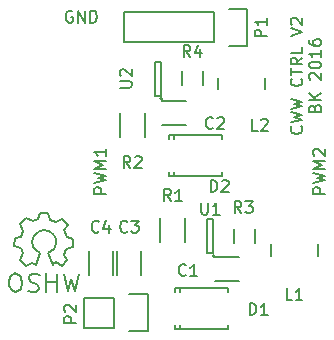
<source format=gbr>
G04 #@! TF.FileFunction,Legend,Top*
%FSLAX46Y46*%
G04 Gerber Fmt 4.6, Leading zero omitted, Abs format (unit mm)*
G04 Created by KiCad (PCBNEW 4.0.2-stable) date 3/13/2016 5:29:00 PM*
%MOMM*%
G01*
G04 APERTURE LIST*
%ADD10C,0.100000*%
%ADD11C,0.150000*%
G04 APERTURE END LIST*
D10*
D11*
X165363143Y-72187714D02*
X165410762Y-72235333D01*
X165458381Y-72378190D01*
X165458381Y-72473428D01*
X165410762Y-72616286D01*
X165315524Y-72711524D01*
X165220286Y-72759143D01*
X165029810Y-72806762D01*
X164886952Y-72806762D01*
X164696476Y-72759143D01*
X164601238Y-72711524D01*
X164506000Y-72616286D01*
X164458381Y-72473428D01*
X164458381Y-72378190D01*
X164506000Y-72235333D01*
X164553619Y-72187714D01*
X164458381Y-71854381D02*
X165458381Y-71616286D01*
X164744095Y-71425809D01*
X165458381Y-71235333D01*
X164458381Y-70997238D01*
X164458381Y-70711524D02*
X165458381Y-70473429D01*
X164744095Y-70282952D01*
X165458381Y-70092476D01*
X164458381Y-69854381D01*
X165363143Y-68140095D02*
X165410762Y-68187714D01*
X165458381Y-68330571D01*
X165458381Y-68425809D01*
X165410762Y-68568667D01*
X165315524Y-68663905D01*
X165220286Y-68711524D01*
X165029810Y-68759143D01*
X164886952Y-68759143D01*
X164696476Y-68711524D01*
X164601238Y-68663905D01*
X164506000Y-68568667D01*
X164458381Y-68425809D01*
X164458381Y-68330571D01*
X164506000Y-68187714D01*
X164553619Y-68140095D01*
X164458381Y-67854381D02*
X164458381Y-67282952D01*
X165458381Y-67568667D02*
X164458381Y-67568667D01*
X165458381Y-66378190D02*
X164982190Y-66711524D01*
X165458381Y-66949619D02*
X164458381Y-66949619D01*
X164458381Y-66568666D01*
X164506000Y-66473428D01*
X164553619Y-66425809D01*
X164648857Y-66378190D01*
X164791714Y-66378190D01*
X164886952Y-66425809D01*
X164934571Y-66473428D01*
X164982190Y-66568666D01*
X164982190Y-66949619D01*
X165458381Y-65473428D02*
X165458381Y-65949619D01*
X164458381Y-65949619D01*
X164458381Y-64521047D02*
X165458381Y-64187714D01*
X164458381Y-63854380D01*
X164553619Y-63568666D02*
X164506000Y-63521047D01*
X164458381Y-63425809D01*
X164458381Y-63187713D01*
X164506000Y-63092475D01*
X164553619Y-63044856D01*
X164648857Y-62997237D01*
X164744095Y-62997237D01*
X164886952Y-63044856D01*
X165458381Y-63616285D01*
X165458381Y-62997237D01*
X166484571Y-70616285D02*
X166532190Y-70473428D01*
X166579810Y-70425809D01*
X166675048Y-70378190D01*
X166817905Y-70378190D01*
X166913143Y-70425809D01*
X166960762Y-70473428D01*
X167008381Y-70568666D01*
X167008381Y-70949619D01*
X166008381Y-70949619D01*
X166008381Y-70616285D01*
X166056000Y-70521047D01*
X166103619Y-70473428D01*
X166198857Y-70425809D01*
X166294095Y-70425809D01*
X166389333Y-70473428D01*
X166436952Y-70521047D01*
X166484571Y-70616285D01*
X166484571Y-70949619D01*
X167008381Y-69949619D02*
X166008381Y-69949619D01*
X167008381Y-69378190D02*
X166436952Y-69806762D01*
X166008381Y-69378190D02*
X166579810Y-69949619D01*
X166103619Y-68235333D02*
X166056000Y-68187714D01*
X166008381Y-68092476D01*
X166008381Y-67854380D01*
X166056000Y-67759142D01*
X166103619Y-67711523D01*
X166198857Y-67663904D01*
X166294095Y-67663904D01*
X166436952Y-67711523D01*
X167008381Y-68282952D01*
X167008381Y-67663904D01*
X166008381Y-67044857D02*
X166008381Y-66949618D01*
X166056000Y-66854380D01*
X166103619Y-66806761D01*
X166198857Y-66759142D01*
X166389333Y-66711523D01*
X166627429Y-66711523D01*
X166817905Y-66759142D01*
X166913143Y-66806761D01*
X166960762Y-66854380D01*
X167008381Y-66949618D01*
X167008381Y-67044857D01*
X166960762Y-67140095D01*
X166913143Y-67187714D01*
X166817905Y-67235333D01*
X166627429Y-67282952D01*
X166389333Y-67282952D01*
X166198857Y-67235333D01*
X166103619Y-67187714D01*
X166056000Y-67140095D01*
X166008381Y-67044857D01*
X167008381Y-65759142D02*
X167008381Y-66330571D01*
X167008381Y-66044857D02*
X166008381Y-66044857D01*
X166151238Y-66140095D01*
X166246476Y-66235333D01*
X166294095Y-66330571D01*
X166008381Y-64901999D02*
X166008381Y-65092476D01*
X166056000Y-65187714D01*
X166103619Y-65235333D01*
X166246476Y-65330571D01*
X166436952Y-65378190D01*
X166817905Y-65378190D01*
X166913143Y-65330571D01*
X166960762Y-65282952D01*
X167008381Y-65187714D01*
X167008381Y-64997237D01*
X166960762Y-64901999D01*
X166913143Y-64854380D01*
X166817905Y-64806761D01*
X166579810Y-64806761D01*
X166484571Y-64854380D01*
X166436952Y-64901999D01*
X166389333Y-64997237D01*
X166389333Y-65187714D01*
X166436952Y-65282952D01*
X166484571Y-65330571D01*
X166579810Y-65378190D01*
X158320000Y-68063000D02*
X158320000Y-69063000D01*
X162320000Y-68063000D02*
X162320000Y-69063000D01*
X162765000Y-82134000D02*
X162765000Y-83134000D01*
X166765000Y-82134000D02*
X166765000Y-83134000D01*
X160050000Y-83260000D02*
X158050000Y-83260000D01*
X158050000Y-85310000D02*
X160050000Y-85310000D01*
X155605000Y-70052000D02*
X153605000Y-70052000D01*
X153605000Y-72102000D02*
X155605000Y-72102000D01*
X151820000Y-84777000D02*
X151820000Y-82777000D01*
X149770000Y-82777000D02*
X149770000Y-84777000D01*
X149407000Y-84777000D02*
X149407000Y-82777000D01*
X147357000Y-82777000D02*
X147357000Y-84777000D01*
X157930000Y-62530000D02*
X150310000Y-62530000D01*
X157930000Y-65070000D02*
X150310000Y-65070000D01*
X160750000Y-65350000D02*
X159200000Y-65350000D01*
X150310000Y-62530000D02*
X150310000Y-65070000D01*
X157930000Y-65070000D02*
X157930000Y-62530000D01*
X159200000Y-62250000D02*
X160750000Y-62250000D01*
X160750000Y-62250000D02*
X160750000Y-65350000D01*
X149525000Y-89238000D02*
X146985000Y-89238000D01*
X152345000Y-89518000D02*
X150795000Y-89518000D01*
X149525000Y-89238000D02*
X149525000Y-86698000D01*
X150795000Y-86418000D02*
X152345000Y-86418000D01*
X152345000Y-86418000D02*
X152345000Y-89518000D01*
X149525000Y-86698000D02*
X146985000Y-86698000D01*
X146985000Y-86698000D02*
X146985000Y-89238000D01*
X153403000Y-81983000D02*
X153403000Y-79983000D01*
X155553000Y-79983000D02*
X155553000Y-81983000D01*
X149974000Y-73093000D02*
X149974000Y-71093000D01*
X152124000Y-71093000D02*
X152124000Y-73093000D01*
X159699000Y-82091000D02*
X159699000Y-80891000D01*
X161449000Y-80891000D02*
X161449000Y-82091000D01*
X155254000Y-68695000D02*
X155254000Y-67495000D01*
X157004000Y-67495000D02*
X157004000Y-68695000D01*
X158053000Y-83191000D02*
G75*
G03X158053000Y-83191000I-100000J0D01*
G01*
X157403000Y-82941000D02*
X157903000Y-82941000D01*
X157403000Y-80041000D02*
X157403000Y-82941000D01*
X157903000Y-80041000D02*
X157403000Y-80041000D01*
X157903000Y-82941000D02*
X157903000Y-80041000D01*
X153608000Y-69856000D02*
G75*
G03X153608000Y-69856000I-100000J0D01*
G01*
X152958000Y-69606000D02*
X153458000Y-69606000D01*
X152958000Y-66706000D02*
X152958000Y-69606000D01*
X153458000Y-66706000D02*
X152958000Y-66706000D01*
X153458000Y-69606000D02*
X153458000Y-66706000D01*
X155091860Y-89337060D02*
X155091860Y-88986540D01*
X155091860Y-85836940D02*
X155091860Y-86187460D01*
X159141440Y-89337060D02*
X159141440Y-88986540D01*
X154640560Y-89337060D02*
X154640560Y-88986540D01*
X154640560Y-85836940D02*
X154640560Y-86187460D01*
X159141440Y-85836940D02*
X159141440Y-86187460D01*
X154640560Y-89337060D02*
X159141440Y-89337060D01*
X154640560Y-85836940D02*
X159141440Y-85836940D01*
X154583860Y-76383060D02*
X154583860Y-76032540D01*
X154583860Y-72882940D02*
X154583860Y-73233460D01*
X158633440Y-76383060D02*
X158633440Y-76032540D01*
X154132560Y-76383060D02*
X154132560Y-76032540D01*
X154132560Y-72882940D02*
X154132560Y-73233460D01*
X158633440Y-72882940D02*
X158633440Y-73233460D01*
X154132560Y-76383060D02*
X158633440Y-76383060D01*
X154132560Y-72882940D02*
X158633440Y-72882940D01*
X145224780Y-84688860D02*
X145585460Y-86159520D01*
X145585460Y-86159520D02*
X145864860Y-85097800D01*
X145864860Y-85097800D02*
X146174740Y-86169680D01*
X146174740Y-86169680D02*
X146515100Y-84719340D01*
X143804920Y-85379740D02*
X144594860Y-85369580D01*
X144594860Y-85369580D02*
X144605020Y-85379740D01*
X144605020Y-85379740D02*
X144605020Y-85369580D01*
X144645660Y-84658380D02*
X144645660Y-86200160D01*
X143756660Y-84648220D02*
X143756660Y-86217940D01*
X143756660Y-86217940D02*
X143766820Y-86207780D01*
X143205480Y-84749820D02*
X142854960Y-84668540D01*
X142854960Y-84668540D02*
X142534920Y-84658380D01*
X142534920Y-84658380D02*
X142296160Y-84859040D01*
X142296160Y-84859040D02*
X142265680Y-85128280D01*
X142265680Y-85128280D02*
X142506980Y-85369580D01*
X142506980Y-85369580D02*
X142895600Y-85499120D01*
X142895600Y-85499120D02*
X143075940Y-85659140D01*
X143075940Y-85659140D02*
X143116580Y-85958860D01*
X143116580Y-85958860D02*
X142885440Y-86179840D01*
X142885440Y-86179840D02*
X142565400Y-86207780D01*
X142565400Y-86207780D02*
X142214880Y-86098560D01*
X141176020Y-84648220D02*
X140927100Y-84668540D01*
X140927100Y-84668540D02*
X140685800Y-84909840D01*
X140685800Y-84909840D02*
X140596900Y-85400060D01*
X140596900Y-85400060D02*
X140624840Y-85748040D01*
X140624840Y-85748040D02*
X140825500Y-86068080D01*
X140825500Y-86068080D02*
X141076960Y-86190000D01*
X141076960Y-86190000D02*
X141386840Y-86118880D01*
X141386840Y-86118880D02*
X141605280Y-85938540D01*
X141605280Y-85938540D02*
X141676400Y-85478800D01*
X141676400Y-85478800D02*
X141625600Y-85069860D01*
X141625600Y-85069860D02*
X141516380Y-84787920D01*
X141516380Y-84787920D02*
X141155700Y-84658380D01*
X141775460Y-82928640D02*
X141516380Y-83489980D01*
X141516380Y-83489980D02*
X142054860Y-84008140D01*
X142054860Y-84008140D02*
X142575560Y-83738900D01*
X142575560Y-83738900D02*
X142854960Y-83898920D01*
X144295140Y-83878600D02*
X144625340Y-83688100D01*
X144625340Y-83688100D02*
X145064760Y-84018300D01*
X145064760Y-84018300D02*
X145537200Y-83528080D01*
X145537200Y-83528080D02*
X145255260Y-83048020D01*
X145255260Y-83048020D02*
X145445760Y-82578120D01*
X145445760Y-82578120D02*
X146055360Y-82390160D01*
X146055360Y-82390160D02*
X146055360Y-81709440D01*
X146055360Y-81709440D02*
X145496560Y-81569740D01*
X145496560Y-81569740D02*
X145295900Y-80998240D01*
X145295900Y-80998240D02*
X145565140Y-80528340D01*
X145565140Y-80528340D02*
X145095240Y-80017800D01*
X145095240Y-80017800D02*
X144577080Y-80279420D01*
X144577080Y-80279420D02*
X144107180Y-80078760D01*
X144107180Y-80078760D02*
X143937000Y-79537740D01*
X143937000Y-79537740D02*
X143246120Y-79519960D01*
X143246120Y-79519960D02*
X143035300Y-80068600D01*
X143035300Y-80068600D02*
X142616200Y-80238780D01*
X142616200Y-80238780D02*
X142065020Y-79969540D01*
X142065020Y-79969540D02*
X141546860Y-80497860D01*
X141546860Y-80497860D02*
X141795780Y-81038880D01*
X141795780Y-81038880D02*
X141625600Y-81518940D01*
X141625600Y-81518940D02*
X141076960Y-81618000D01*
X141076960Y-81618000D02*
X141066800Y-82319040D01*
X141066800Y-82319040D02*
X141625600Y-82519700D01*
X141625600Y-82519700D02*
X141765300Y-82918480D01*
X143906520Y-82898160D02*
X144206240Y-82748300D01*
X144206240Y-82748300D02*
X144406900Y-82550180D01*
X144406900Y-82550180D02*
X144556760Y-82148860D01*
X144556760Y-82148860D02*
X144556760Y-81750080D01*
X144556760Y-81750080D02*
X144406900Y-81399560D01*
X144406900Y-81399560D02*
X143954780Y-81049040D01*
X143954780Y-81049040D02*
X143505200Y-80998240D01*
X143505200Y-80998240D02*
X143106420Y-81099840D01*
X143106420Y-81099840D02*
X142705100Y-81447820D01*
X142705100Y-81447820D02*
X142555240Y-81899940D01*
X142555240Y-81899940D02*
X142606040Y-82397780D01*
X142606040Y-82397780D02*
X142854960Y-82700040D01*
X142854960Y-82700040D02*
X143205480Y-82898160D01*
X143205480Y-82898160D02*
X142854960Y-83898920D01*
X143906520Y-82898160D02*
X144305300Y-83898920D01*
X161677334Y-72545381D02*
X161201143Y-72545381D01*
X161201143Y-71545381D01*
X161963048Y-71640619D02*
X162010667Y-71593000D01*
X162105905Y-71545381D01*
X162344001Y-71545381D01*
X162439239Y-71593000D01*
X162486858Y-71640619D01*
X162534477Y-71735857D01*
X162534477Y-71831095D01*
X162486858Y-71973952D01*
X161915429Y-72545381D01*
X162534477Y-72545381D01*
X164598334Y-86896381D02*
X164122143Y-86896381D01*
X164122143Y-85896381D01*
X165455477Y-86896381D02*
X164884048Y-86896381D01*
X165169762Y-86896381D02*
X165169762Y-85896381D01*
X165074524Y-86039238D01*
X164979286Y-86134476D01*
X164884048Y-86182095D01*
X155581334Y-84769143D02*
X155533715Y-84816762D01*
X155390858Y-84864381D01*
X155295620Y-84864381D01*
X155152762Y-84816762D01*
X155057524Y-84721524D01*
X155009905Y-84626286D01*
X154962286Y-84435810D01*
X154962286Y-84292952D01*
X155009905Y-84102476D01*
X155057524Y-84007238D01*
X155152762Y-83912000D01*
X155295620Y-83864381D01*
X155390858Y-83864381D01*
X155533715Y-83912000D01*
X155581334Y-83959619D01*
X156533715Y-84864381D02*
X155962286Y-84864381D01*
X156248000Y-84864381D02*
X156248000Y-83864381D01*
X156152762Y-84007238D01*
X156057524Y-84102476D01*
X155962286Y-84150095D01*
X157867334Y-72323143D02*
X157819715Y-72370762D01*
X157676858Y-72418381D01*
X157581620Y-72418381D01*
X157438762Y-72370762D01*
X157343524Y-72275524D01*
X157295905Y-72180286D01*
X157248286Y-71989810D01*
X157248286Y-71846952D01*
X157295905Y-71656476D01*
X157343524Y-71561238D01*
X157438762Y-71466000D01*
X157581620Y-71418381D01*
X157676858Y-71418381D01*
X157819715Y-71466000D01*
X157867334Y-71513619D01*
X158248286Y-71513619D02*
X158295905Y-71466000D01*
X158391143Y-71418381D01*
X158629239Y-71418381D01*
X158724477Y-71466000D01*
X158772096Y-71513619D01*
X158819715Y-71608857D01*
X158819715Y-71704095D01*
X158772096Y-71846952D01*
X158200667Y-72418381D01*
X158819715Y-72418381D01*
X150628334Y-81086143D02*
X150580715Y-81133762D01*
X150437858Y-81181381D01*
X150342620Y-81181381D01*
X150199762Y-81133762D01*
X150104524Y-81038524D01*
X150056905Y-80943286D01*
X150009286Y-80752810D01*
X150009286Y-80609952D01*
X150056905Y-80419476D01*
X150104524Y-80324238D01*
X150199762Y-80229000D01*
X150342620Y-80181381D01*
X150437858Y-80181381D01*
X150580715Y-80229000D01*
X150628334Y-80276619D01*
X150961667Y-80181381D02*
X151580715Y-80181381D01*
X151247381Y-80562333D01*
X151390239Y-80562333D01*
X151485477Y-80609952D01*
X151533096Y-80657571D01*
X151580715Y-80752810D01*
X151580715Y-80990905D01*
X151533096Y-81086143D01*
X151485477Y-81133762D01*
X151390239Y-81181381D01*
X151104524Y-81181381D01*
X151009286Y-81133762D01*
X150961667Y-81086143D01*
X148215334Y-81086143D02*
X148167715Y-81133762D01*
X148024858Y-81181381D01*
X147929620Y-81181381D01*
X147786762Y-81133762D01*
X147691524Y-81038524D01*
X147643905Y-80943286D01*
X147596286Y-80752810D01*
X147596286Y-80609952D01*
X147643905Y-80419476D01*
X147691524Y-80324238D01*
X147786762Y-80229000D01*
X147929620Y-80181381D01*
X148024858Y-80181381D01*
X148167715Y-80229000D01*
X148215334Y-80276619D01*
X149072477Y-80514714D02*
X149072477Y-81181381D01*
X148834381Y-80133762D02*
X148596286Y-80848048D01*
X149215334Y-80848048D01*
X162423381Y-64576095D02*
X161423381Y-64576095D01*
X161423381Y-64195142D01*
X161471000Y-64099904D01*
X161518619Y-64052285D01*
X161613857Y-64004666D01*
X161756714Y-64004666D01*
X161851952Y-64052285D01*
X161899571Y-64099904D01*
X161947190Y-64195142D01*
X161947190Y-64576095D01*
X162423381Y-63052285D02*
X162423381Y-63623714D01*
X162423381Y-63338000D02*
X161423381Y-63338000D01*
X161566238Y-63433238D01*
X161661476Y-63528476D01*
X161709095Y-63623714D01*
X146294381Y-88833095D02*
X145294381Y-88833095D01*
X145294381Y-88452142D01*
X145342000Y-88356904D01*
X145389619Y-88309285D01*
X145484857Y-88261666D01*
X145627714Y-88261666D01*
X145722952Y-88309285D01*
X145770571Y-88356904D01*
X145818190Y-88452142D01*
X145818190Y-88833095D01*
X145389619Y-87880714D02*
X145342000Y-87833095D01*
X145294381Y-87737857D01*
X145294381Y-87499761D01*
X145342000Y-87404523D01*
X145389619Y-87356904D01*
X145484857Y-87309285D01*
X145580095Y-87309285D01*
X145722952Y-87356904D01*
X146294381Y-87928333D01*
X146294381Y-87309285D01*
X154311334Y-78514381D02*
X153978000Y-78038190D01*
X153739905Y-78514381D02*
X153739905Y-77514381D01*
X154120858Y-77514381D01*
X154216096Y-77562000D01*
X154263715Y-77609619D01*
X154311334Y-77704857D01*
X154311334Y-77847714D01*
X154263715Y-77942952D01*
X154216096Y-77990571D01*
X154120858Y-78038190D01*
X153739905Y-78038190D01*
X155263715Y-78514381D02*
X154692286Y-78514381D01*
X154978000Y-78514381D02*
X154978000Y-77514381D01*
X154882762Y-77657238D01*
X154787524Y-77752476D01*
X154692286Y-77800095D01*
X150882334Y-75720381D02*
X150549000Y-75244190D01*
X150310905Y-75720381D02*
X150310905Y-74720381D01*
X150691858Y-74720381D01*
X150787096Y-74768000D01*
X150834715Y-74815619D01*
X150882334Y-74910857D01*
X150882334Y-75053714D01*
X150834715Y-75148952D01*
X150787096Y-75196571D01*
X150691858Y-75244190D01*
X150310905Y-75244190D01*
X151263286Y-74815619D02*
X151310905Y-74768000D01*
X151406143Y-74720381D01*
X151644239Y-74720381D01*
X151739477Y-74768000D01*
X151787096Y-74815619D01*
X151834715Y-74910857D01*
X151834715Y-75006095D01*
X151787096Y-75148952D01*
X151215667Y-75720381D01*
X151834715Y-75720381D01*
X160280334Y-79530381D02*
X159947000Y-79054190D01*
X159708905Y-79530381D02*
X159708905Y-78530381D01*
X160089858Y-78530381D01*
X160185096Y-78578000D01*
X160232715Y-78625619D01*
X160280334Y-78720857D01*
X160280334Y-78863714D01*
X160232715Y-78958952D01*
X160185096Y-79006571D01*
X160089858Y-79054190D01*
X159708905Y-79054190D01*
X160613667Y-78530381D02*
X161232715Y-78530381D01*
X160899381Y-78911333D01*
X161042239Y-78911333D01*
X161137477Y-78958952D01*
X161185096Y-79006571D01*
X161232715Y-79101810D01*
X161232715Y-79339905D01*
X161185096Y-79435143D01*
X161137477Y-79482762D01*
X161042239Y-79530381D01*
X160756524Y-79530381D01*
X160661286Y-79482762D01*
X160613667Y-79435143D01*
X155962334Y-66322381D02*
X155629000Y-65846190D01*
X155390905Y-66322381D02*
X155390905Y-65322381D01*
X155771858Y-65322381D01*
X155867096Y-65370000D01*
X155914715Y-65417619D01*
X155962334Y-65512857D01*
X155962334Y-65655714D01*
X155914715Y-65750952D01*
X155867096Y-65798571D01*
X155771858Y-65846190D01*
X155390905Y-65846190D01*
X156819477Y-65655714D02*
X156819477Y-66322381D01*
X156581381Y-65274762D02*
X156343286Y-65989048D01*
X156962334Y-65989048D01*
X156891095Y-78657381D02*
X156891095Y-79466905D01*
X156938714Y-79562143D01*
X156986333Y-79609762D01*
X157081571Y-79657381D01*
X157272048Y-79657381D01*
X157367286Y-79609762D01*
X157414905Y-79562143D01*
X157462524Y-79466905D01*
X157462524Y-78657381D01*
X158462524Y-79657381D02*
X157891095Y-79657381D01*
X158176809Y-79657381D02*
X158176809Y-78657381D01*
X158081571Y-78800238D01*
X157986333Y-78895476D01*
X157891095Y-78943095D01*
X149993381Y-68917905D02*
X150802905Y-68917905D01*
X150898143Y-68870286D01*
X150945762Y-68822667D01*
X150993381Y-68727429D01*
X150993381Y-68536952D01*
X150945762Y-68441714D01*
X150898143Y-68394095D01*
X150802905Y-68346476D01*
X149993381Y-68346476D01*
X150088619Y-67917905D02*
X150041000Y-67870286D01*
X149993381Y-67775048D01*
X149993381Y-67536952D01*
X150041000Y-67441714D01*
X150088619Y-67394095D01*
X150183857Y-67346476D01*
X150279095Y-67346476D01*
X150421952Y-67394095D01*
X150993381Y-67965524D01*
X150993381Y-67346476D01*
X148834381Y-77910952D02*
X147834381Y-77910952D01*
X147834381Y-77529999D01*
X147882000Y-77434761D01*
X147929619Y-77387142D01*
X148024857Y-77339523D01*
X148167714Y-77339523D01*
X148262952Y-77387142D01*
X148310571Y-77434761D01*
X148358190Y-77529999D01*
X148358190Y-77910952D01*
X147834381Y-77006190D02*
X148834381Y-76768095D01*
X148120095Y-76577618D01*
X148834381Y-76387142D01*
X147834381Y-76149047D01*
X148834381Y-75768095D02*
X147834381Y-75768095D01*
X148548667Y-75434761D01*
X147834381Y-75101428D01*
X148834381Y-75101428D01*
X148834381Y-74101428D02*
X148834381Y-74672857D01*
X148834381Y-74387143D02*
X147834381Y-74387143D01*
X147977238Y-74482381D01*
X148072476Y-74577619D01*
X148120095Y-74672857D01*
X167376381Y-77910952D02*
X166376381Y-77910952D01*
X166376381Y-77529999D01*
X166424000Y-77434761D01*
X166471619Y-77387142D01*
X166566857Y-77339523D01*
X166709714Y-77339523D01*
X166804952Y-77387142D01*
X166852571Y-77434761D01*
X166900190Y-77529999D01*
X166900190Y-77910952D01*
X166376381Y-77006190D02*
X167376381Y-76768095D01*
X166662095Y-76577618D01*
X167376381Y-76387142D01*
X166376381Y-76149047D01*
X167376381Y-75768095D02*
X166376381Y-75768095D01*
X167090667Y-75434761D01*
X166376381Y-75101428D01*
X167376381Y-75101428D01*
X166471619Y-74672857D02*
X166424000Y-74625238D01*
X166376381Y-74530000D01*
X166376381Y-74291904D01*
X166424000Y-74196666D01*
X166471619Y-74149047D01*
X166566857Y-74101428D01*
X166662095Y-74101428D01*
X166804952Y-74149047D01*
X167376381Y-74720476D01*
X167376381Y-74101428D01*
X145969096Y-62449000D02*
X145873858Y-62401381D01*
X145731001Y-62401381D01*
X145588143Y-62449000D01*
X145492905Y-62544238D01*
X145445286Y-62639476D01*
X145397667Y-62829952D01*
X145397667Y-62972810D01*
X145445286Y-63163286D01*
X145492905Y-63258524D01*
X145588143Y-63353762D01*
X145731001Y-63401381D01*
X145826239Y-63401381D01*
X145969096Y-63353762D01*
X146016715Y-63306143D01*
X146016715Y-62972810D01*
X145826239Y-62972810D01*
X146445286Y-63401381D02*
X146445286Y-62401381D01*
X147016715Y-63401381D01*
X147016715Y-62401381D01*
X147492905Y-63401381D02*
X147492905Y-62401381D01*
X147731000Y-62401381D01*
X147873858Y-62449000D01*
X147969096Y-62544238D01*
X148016715Y-62639476D01*
X148064334Y-62829952D01*
X148064334Y-62972810D01*
X148016715Y-63163286D01*
X147969096Y-63258524D01*
X147873858Y-63353762D01*
X147731000Y-63401381D01*
X147492905Y-63401381D01*
X160978905Y-88166381D02*
X160978905Y-87166381D01*
X161217000Y-87166381D01*
X161359858Y-87214000D01*
X161455096Y-87309238D01*
X161502715Y-87404476D01*
X161550334Y-87594952D01*
X161550334Y-87737810D01*
X161502715Y-87928286D01*
X161455096Y-88023524D01*
X161359858Y-88118762D01*
X161217000Y-88166381D01*
X160978905Y-88166381D01*
X162502715Y-88166381D02*
X161931286Y-88166381D01*
X162217000Y-88166381D02*
X162217000Y-87166381D01*
X162121762Y-87309238D01*
X162026524Y-87404476D01*
X161931286Y-87452095D01*
X157676905Y-77752381D02*
X157676905Y-76752381D01*
X157915000Y-76752381D01*
X158057858Y-76800000D01*
X158153096Y-76895238D01*
X158200715Y-76990476D01*
X158248334Y-77180952D01*
X158248334Y-77323810D01*
X158200715Y-77514286D01*
X158153096Y-77609524D01*
X158057858Y-77704762D01*
X157915000Y-77752381D01*
X157676905Y-77752381D01*
X158629286Y-76847619D02*
X158676905Y-76800000D01*
X158772143Y-76752381D01*
X159010239Y-76752381D01*
X159105477Y-76800000D01*
X159153096Y-76847619D01*
X159200715Y-76942857D01*
X159200715Y-77038095D01*
X159153096Y-77180952D01*
X158581667Y-77752381D01*
X159200715Y-77752381D01*
M02*

</source>
